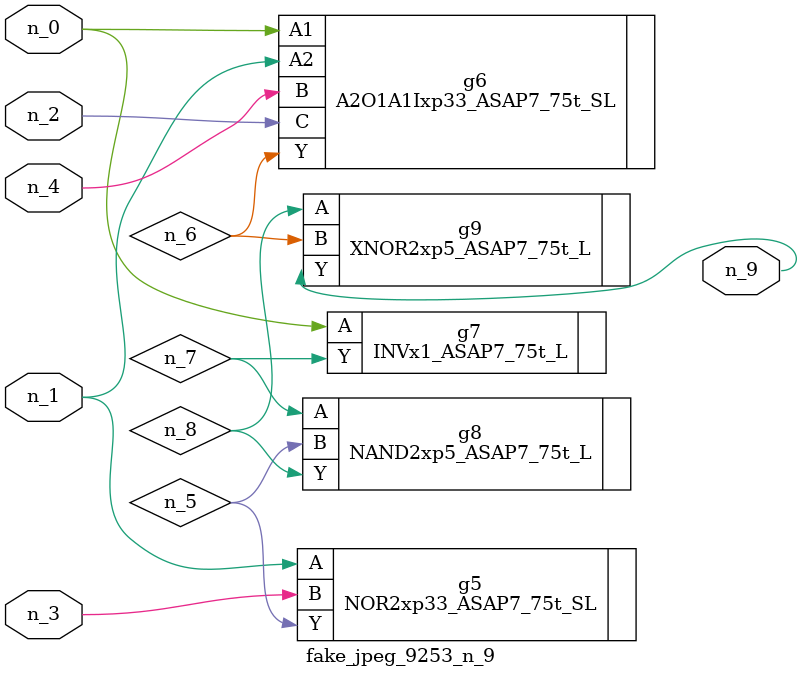
<source format=v>
module fake_jpeg_9253_n_9 (n_3, n_2, n_1, n_0, n_4, n_9);

input n_3;
input n_2;
input n_1;
input n_0;
input n_4;

output n_9;

wire n_8;
wire n_6;
wire n_5;
wire n_7;

NOR2xp33_ASAP7_75t_SL g5 ( 
.A(n_1),
.B(n_3),
.Y(n_5)
);

A2O1A1Ixp33_ASAP7_75t_SL g6 ( 
.A1(n_0),
.A2(n_1),
.B(n_4),
.C(n_2),
.Y(n_6)
);

INVx1_ASAP7_75t_L g7 ( 
.A(n_0),
.Y(n_7)
);

NAND2xp5_ASAP7_75t_L g8 ( 
.A(n_7),
.B(n_5),
.Y(n_8)
);

XNOR2xp5_ASAP7_75t_L g9 ( 
.A(n_8),
.B(n_6),
.Y(n_9)
);


endmodule
</source>
